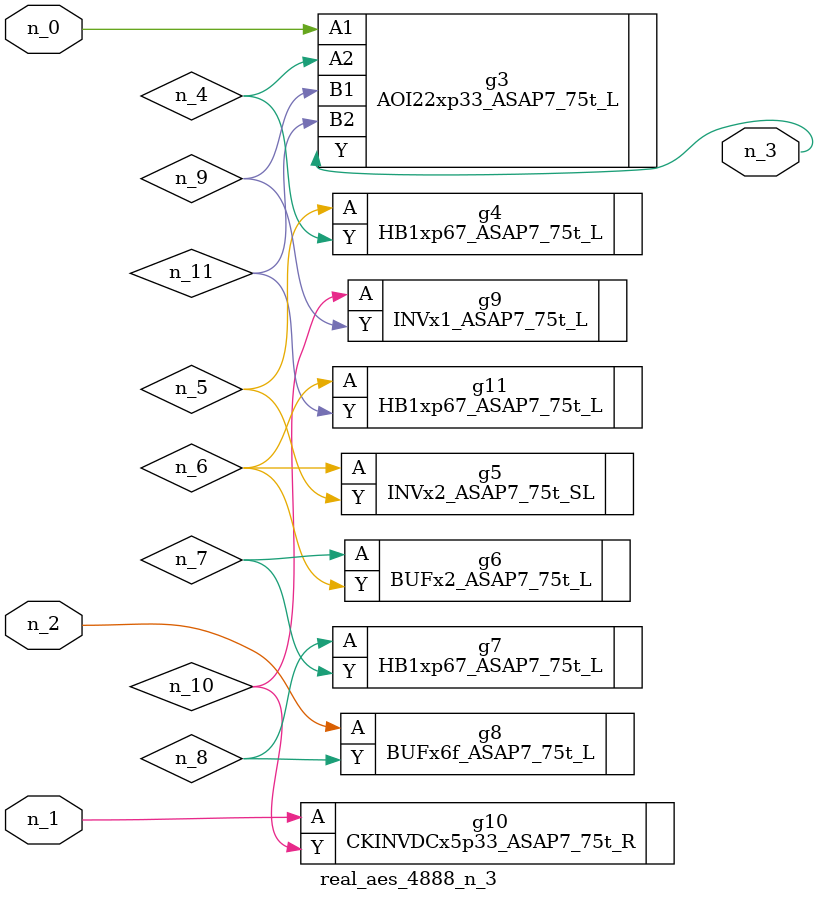
<source format=v>
module real_aes_4888_n_3 (n_0, n_2, n_1, n_3);
input n_0;
input n_2;
input n_1;
output n_3;
wire n_4;
wire n_5;
wire n_7;
wire n_9;
wire n_6;
wire n_8;
wire n_10;
wire n_11;
AOI22xp33_ASAP7_75t_L g3 ( .A1(n_0), .A2(n_4), .B1(n_9), .B2(n_11), .Y(n_3) );
CKINVDCx5p33_ASAP7_75t_R g10 ( .A(n_1), .Y(n_10) );
BUFx6f_ASAP7_75t_L g8 ( .A(n_2), .Y(n_8) );
HB1xp67_ASAP7_75t_L g4 ( .A(n_5), .Y(n_4) );
INVx2_ASAP7_75t_SL g5 ( .A(n_6), .Y(n_5) );
HB1xp67_ASAP7_75t_L g11 ( .A(n_6), .Y(n_11) );
BUFx2_ASAP7_75t_L g6 ( .A(n_7), .Y(n_6) );
HB1xp67_ASAP7_75t_L g7 ( .A(n_8), .Y(n_7) );
INVx1_ASAP7_75t_L g9 ( .A(n_10), .Y(n_9) );
endmodule
</source>
